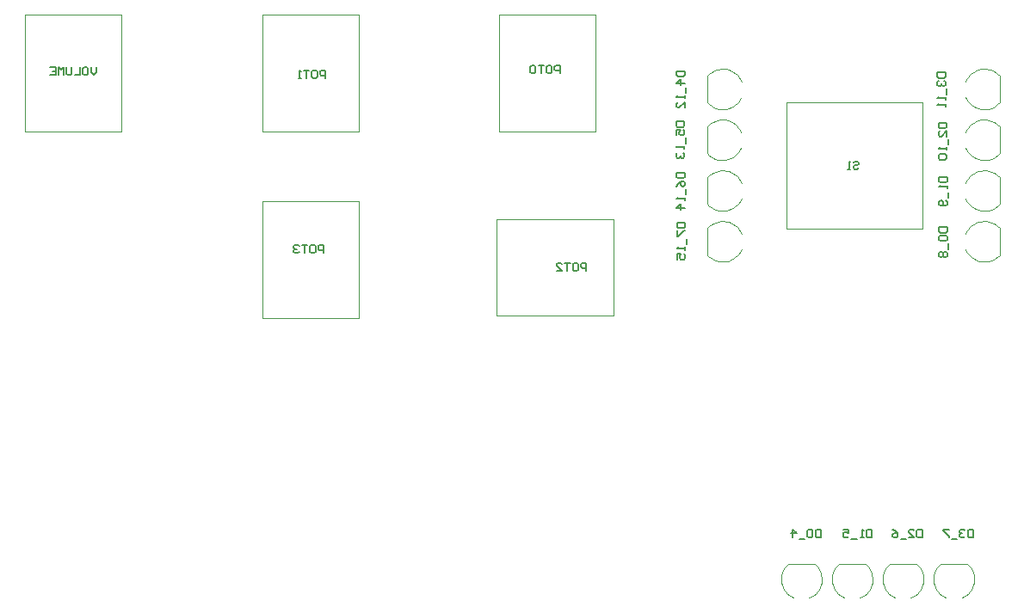
<source format=gbo>
G04*
G04 #@! TF.GenerationSoftware,Altium Limited,Altium Designer,21.0.9 (235)*
G04*
G04 Layer_Color=32896*
%FSLAX25Y25*%
%MOIN*%
G70*
G04*
G04 #@! TF.SameCoordinates,FC657041-C44E-4033-8C41-746D20BA6EEE*
G04*
G04*
G04 #@! TF.FilePolarity,Positive*
G04*
G01*
G75*
%ADD68C,0.00394*%
%ADD69C,0.00591*%
D68*
X397875Y207478D02*
X397436Y208372D01*
X396888Y209203D01*
X396240Y209959D01*
X395502Y210627D01*
X394685Y211196D01*
X393803Y211658D01*
X392869Y212005D01*
X391900Y212231D01*
X390909Y212333D01*
X389914Y212309D01*
X388929Y212159D01*
X387972Y211887D01*
X387056Y211496D01*
X386197Y210993D01*
X385408Y210385D01*
X384703Y209682D01*
Y199247D02*
X385408Y198545D01*
X386197Y197937D01*
X387056Y197433D01*
X387972Y197042D01*
X388929Y196770D01*
X389914Y196621D01*
X390909Y196597D01*
X391900Y196699D01*
X392869Y196925D01*
X393803Y197271D01*
X394685Y197733D01*
X395502Y198302D01*
X396240Y198970D01*
X396888Y199726D01*
X397436Y200557D01*
X397875Y201451D01*
X397875Y227163D02*
X397436Y228057D01*
X396888Y228888D01*
X396240Y229644D01*
X395502Y230312D01*
X394685Y230881D01*
X393803Y231343D01*
X392869Y231690D01*
X391900Y231916D01*
X390909Y232018D01*
X389914Y231994D01*
X388929Y231844D01*
X387972Y231572D01*
X387056Y231181D01*
X386197Y230678D01*
X385408Y230070D01*
X384703Y229367D01*
Y218932D02*
X385408Y218230D01*
X386197Y217622D01*
X387056Y217118D01*
X387972Y216727D01*
X388929Y216455D01*
X389914Y216306D01*
X390909Y216282D01*
X391900Y216384D01*
X392869Y216610D01*
X393803Y216956D01*
X394685Y217418D01*
X395502Y217987D01*
X396240Y218655D01*
X396888Y219411D01*
X397436Y220242D01*
X397875Y221136D01*
X397717Y246848D02*
X397279Y247742D01*
X396731Y248573D01*
X396083Y249329D01*
X395344Y249997D01*
X394527Y250566D01*
X393645Y251028D01*
X392712Y251375D01*
X391742Y251601D01*
X390752Y251703D01*
X389756Y251679D01*
X388772Y251529D01*
X387814Y251257D01*
X386898Y250866D01*
X386039Y250362D01*
X385251Y249755D01*
X384545Y249052D01*
Y238617D02*
X385251Y237915D01*
X386039Y237307D01*
X386898Y236803D01*
X387814Y236412D01*
X388772Y236140D01*
X389756Y235991D01*
X390752Y235967D01*
X391742Y236069D01*
X392712Y236295D01*
X393645Y236641D01*
X394527Y237103D01*
X395344Y237672D01*
X396083Y238340D01*
X396731Y239096D01*
X397279Y239928D01*
X397717Y240821D01*
X397875Y266533D02*
X397436Y267427D01*
X396888Y268258D01*
X396240Y269014D01*
X395502Y269682D01*
X394685Y270251D01*
X393803Y270713D01*
X392869Y271060D01*
X391900Y271286D01*
X390909Y271388D01*
X389914Y271364D01*
X388929Y271215D01*
X387972Y270942D01*
X387056Y270551D01*
X386197Y270048D01*
X385408Y269440D01*
X384703Y268737D01*
Y258302D02*
X385408Y257600D01*
X386197Y256992D01*
X387056Y256488D01*
X387972Y256097D01*
X388929Y255825D01*
X389914Y255676D01*
X390909Y255652D01*
X391900Y255754D01*
X392869Y255980D01*
X393803Y256327D01*
X394685Y256788D01*
X395502Y257358D01*
X396240Y258025D01*
X396888Y258781D01*
X397436Y259612D01*
X397875Y260507D01*
X484703Y260506D02*
X485142Y259612D01*
X485689Y258781D01*
X486338Y258025D01*
X487076Y257357D01*
X487893Y256788D01*
X488775Y256326D01*
X489709Y255980D01*
X490678Y255754D01*
X491669Y255652D01*
X492664Y255676D01*
X493649Y255825D01*
X494606Y256097D01*
X495522Y256488D01*
X496381Y256992D01*
X497170Y257600D01*
X497875Y258302D01*
Y268737D02*
X497170Y269440D01*
X496381Y270048D01*
X495522Y270551D01*
X494606Y270942D01*
X493649Y271214D01*
X492664Y271364D01*
X491669Y271388D01*
X490678Y271286D01*
X489709Y271060D01*
X488775Y270713D01*
X487893Y270251D01*
X487076Y269682D01*
X486338Y269014D01*
X485689Y268258D01*
X485142Y267427D01*
X484703Y266533D01*
X483180Y66285D02*
X484074Y66723D01*
X484905Y67271D01*
X485661Y67919D01*
X486329Y68657D01*
X486898Y69474D01*
X487360Y70356D01*
X487707Y71290D01*
X487933Y72259D01*
X488035Y73250D01*
X488011Y74245D01*
X487861Y75230D01*
X487589Y76187D01*
X487198Y77103D01*
X486695Y77962D01*
X486087Y78751D01*
X485384Y79456D01*
X474949D02*
X474247Y78751D01*
X473639Y77962D01*
X473135Y77103D01*
X472744Y76187D01*
X472472Y75230D01*
X472323Y74245D01*
X472299Y73250D01*
X472401Y72259D01*
X472627Y71290D01*
X472973Y70356D01*
X473435Y69474D01*
X474005Y68657D01*
X474672Y67919D01*
X475428Y67271D01*
X476260Y66723D01*
X477153Y66285D01*
X484703Y240821D02*
X485142Y239928D01*
X485689Y239096D01*
X486338Y238340D01*
X487076Y237672D01*
X487893Y237103D01*
X488775Y236641D01*
X489709Y236295D01*
X490678Y236069D01*
X491669Y235967D01*
X492664Y235991D01*
X493649Y236140D01*
X494606Y236412D01*
X495522Y236803D01*
X496381Y237307D01*
X497170Y237915D01*
X497875Y238617D01*
Y249052D02*
X497170Y249755D01*
X496381Y250363D01*
X495522Y250866D01*
X494606Y251257D01*
X493649Y251529D01*
X492664Y251679D01*
X491669Y251703D01*
X490678Y251601D01*
X489709Y251375D01*
X488775Y251028D01*
X487893Y250566D01*
X487076Y249997D01*
X486338Y249329D01*
X485689Y248573D01*
X485142Y247742D01*
X484703Y246848D01*
X463495Y66285D02*
X464389Y66723D01*
X465220Y67271D01*
X465976Y67919D01*
X466644Y68657D01*
X467213Y69474D01*
X467675Y70356D01*
X468022Y71290D01*
X468248Y72259D01*
X468350Y73250D01*
X468326Y74245D01*
X468177Y75230D01*
X467904Y76187D01*
X467513Y77103D01*
X467010Y77962D01*
X466402Y78751D01*
X465699Y79456D01*
X455264D02*
X454562Y78751D01*
X453954Y77962D01*
X453450Y77103D01*
X453059Y76187D01*
X452787Y75230D01*
X452638Y74245D01*
X452614Y73250D01*
X452716Y72259D01*
X452942Y71290D01*
X453289Y70356D01*
X453750Y69474D01*
X454319Y68657D01*
X454987Y67919D01*
X455743Y67271D01*
X456574Y66723D01*
X457469Y66285D01*
X484703Y221136D02*
X485142Y220242D01*
X485689Y219411D01*
X486338Y218655D01*
X487076Y217987D01*
X487893Y217418D01*
X488775Y216956D01*
X489709Y216610D01*
X490678Y216384D01*
X491669Y216282D01*
X492664Y216306D01*
X493649Y216455D01*
X494606Y216727D01*
X495522Y217118D01*
X496381Y217622D01*
X497170Y218230D01*
X497875Y218932D01*
Y229367D02*
X497170Y230070D01*
X496381Y230678D01*
X495522Y231181D01*
X494606Y231572D01*
X493649Y231844D01*
X492664Y231994D01*
X491669Y232018D01*
X490678Y231916D01*
X489709Y231690D01*
X488775Y231343D01*
X487893Y230881D01*
X487076Y230312D01*
X486338Y229644D01*
X485689Y228888D01*
X485142Y228057D01*
X484703Y227163D01*
X443810Y66285D02*
X444704Y66723D01*
X445536Y67271D01*
X446291Y67919D01*
X446959Y68657D01*
X447528Y69474D01*
X447990Y70356D01*
X448337Y71290D01*
X448563Y72259D01*
X448665Y73250D01*
X448641Y74245D01*
X448491Y75230D01*
X448219Y76187D01*
X447828Y77103D01*
X447325Y77962D01*
X446717Y78751D01*
X446014Y79456D01*
X435579D02*
X434877Y78751D01*
X434269Y77962D01*
X433766Y77103D01*
X433374Y76187D01*
X433102Y75230D01*
X432953Y74245D01*
X432929Y73250D01*
X433031Y72259D01*
X433257Y71290D01*
X433603Y70356D01*
X434065Y69474D01*
X434634Y68657D01*
X435302Y67919D01*
X436058Y67271D01*
X436890Y66723D01*
X437783Y66285D01*
X484703Y201451D02*
X485142Y200557D01*
X485689Y199726D01*
X486338Y198970D01*
X487076Y198302D01*
X487893Y197733D01*
X488775Y197271D01*
X489709Y196925D01*
X490678Y196699D01*
X491669Y196597D01*
X492664Y196621D01*
X493649Y196770D01*
X494606Y197042D01*
X495522Y197433D01*
X496381Y197937D01*
X497170Y198545D01*
X497875Y199247D01*
Y209682D02*
X497170Y210385D01*
X496381Y210993D01*
X495522Y211496D01*
X494606Y211887D01*
X493649Y212159D01*
X492664Y212309D01*
X491669Y212333D01*
X490678Y212231D01*
X489709Y212005D01*
X488775Y211658D01*
X487893Y211196D01*
X487076Y210627D01*
X486338Y209959D01*
X485689Y209203D01*
X485142Y208372D01*
X484703Y207478D01*
X424125Y66285D02*
X425019Y66723D01*
X425850Y67271D01*
X426606Y67919D01*
X427274Y68657D01*
X427843Y69474D01*
X428305Y70356D01*
X428652Y71290D01*
X428878Y72259D01*
X428980Y73250D01*
X428956Y74245D01*
X428806Y75230D01*
X428534Y76187D01*
X428143Y77103D01*
X427640Y77962D01*
X427032Y78751D01*
X426329Y79456D01*
X415894D02*
X415192Y78751D01*
X414584Y77962D01*
X414080Y77103D01*
X413689Y76187D01*
X413417Y75230D01*
X413268Y74245D01*
X413244Y73250D01*
X413346Y72259D01*
X413572Y71290D01*
X413918Y70356D01*
X414380Y69474D01*
X414950Y68657D01*
X415617Y67919D01*
X416373Y67271D01*
X417205Y66723D01*
X418098Y66285D01*
X384698Y199252D02*
Y209677D01*
X384698Y218937D02*
Y229362D01*
X384541Y238622D02*
Y249047D01*
X384698Y258307D02*
Y268732D01*
X497880Y258307D02*
Y268732D01*
X474954Y79461D02*
X485379D01*
X497880Y238622D02*
Y249047D01*
X455269Y79461D02*
X465694D01*
X497880Y218937D02*
Y229362D01*
X435584Y79461D02*
X446009D01*
X497880Y199252D02*
Y209677D01*
X415899Y79461D02*
X426324D01*
X120324Y246984D02*
X157726D01*
X120324Y292260D02*
X157726D01*
Y246984D02*
Y292260D01*
X120324Y246984D02*
Y292260D01*
X212253Y220016D02*
X249655D01*
X212253Y174740D02*
X249655D01*
X212253D02*
Y220016D01*
X249655Y174740D02*
Y220016D01*
X348277Y175724D02*
Y213126D01*
X303001Y175724D02*
Y213126D01*
X348277D01*
X303001Y175724D02*
X348277D01*
X212253Y246984D02*
X249655D01*
X212253Y292260D02*
X249655D01*
Y246984D02*
Y292260D01*
X212253Y246984D02*
Y292260D01*
X303986Y246984D02*
X341387D01*
X303986Y292260D02*
X341387D01*
Y246984D02*
Y292260D01*
X303986Y246984D02*
Y292260D01*
X467962Y209583D02*
Y258402D01*
X415206D02*
X434084D01*
X467962D01*
X415206Y209583D02*
X434084D01*
X467962D01*
X415206D02*
Y258402D01*
D69*
X441190Y235042D02*
X441715Y235566D01*
X442765D01*
X443290Y235042D01*
Y234517D01*
X442765Y233992D01*
X441715D01*
X441190Y233467D01*
Y232943D01*
X441715Y232418D01*
X442765D01*
X443290Y232943D01*
X440141Y232418D02*
X439091D01*
X439616D01*
Y235566D01*
X440141Y235042D01*
X487627Y92852D02*
Y89703D01*
X486053D01*
X485528Y90228D01*
Y92327D01*
X486053Y92852D01*
X487627D01*
X484478Y92327D02*
X483953Y92852D01*
X482904D01*
X482379Y92327D01*
Y91802D01*
X482904Y91277D01*
X483429D01*
X482904D01*
X482379Y90753D01*
Y90228D01*
X482904Y89703D01*
X483953D01*
X484478Y90228D01*
X481330Y89178D02*
X479230D01*
X478181Y92852D02*
X476082D01*
Y92327D01*
X478181Y90228D01*
Y89703D01*
X467927Y92852D02*
Y89703D01*
X466353D01*
X465828Y90228D01*
Y92327D01*
X466353Y92852D01*
X467927D01*
X462679Y89703D02*
X464778D01*
X462679Y91802D01*
Y92327D01*
X463204Y92852D01*
X464253D01*
X464778Y92327D01*
X461630Y89178D02*
X459530D01*
X456382Y92852D02*
X457432Y92327D01*
X458481Y91277D01*
Y90228D01*
X457956Y89703D01*
X456907D01*
X456382Y90228D01*
Y90753D01*
X456907Y91277D01*
X458481D01*
X448327Y92852D02*
Y89703D01*
X446753D01*
X446228Y90228D01*
Y92327D01*
X446753Y92852D01*
X448327D01*
X445178Y89703D02*
X444129D01*
X444653D01*
Y92852D01*
X445178Y92327D01*
X442554Y89178D02*
X440455D01*
X437307Y92852D02*
X439406D01*
Y91277D01*
X438356Y91802D01*
X437831D01*
X437307Y91277D01*
Y90228D01*
X437831Y89703D01*
X438881D01*
X439406Y90228D01*
X428627Y92852D02*
Y89703D01*
X427052D01*
X426528Y90228D01*
Y92327D01*
X427052Y92852D01*
X428627D01*
X425478Y92327D02*
X424953Y92852D01*
X423904D01*
X423379Y92327D01*
Y90228D01*
X423904Y89703D01*
X424953D01*
X425478Y90228D01*
Y92327D01*
X422330Y89178D02*
X420230D01*
X417607Y89703D02*
Y92852D01*
X419181Y91277D01*
X417082D01*
X147946Y272082D02*
Y269983D01*
X146897Y268934D01*
X145847Y269983D01*
Y272082D01*
X143223D02*
X144273D01*
X144798Y271557D01*
Y269458D01*
X144273Y268934D01*
X143223D01*
X142699Y269458D01*
Y271557D01*
X143223Y272082D01*
X141649D02*
Y268934D01*
X139550D01*
X138500Y272082D02*
Y269458D01*
X137976Y268934D01*
X136926D01*
X136401Y269458D01*
Y272082D01*
X135352Y268934D02*
Y272082D01*
X134302Y271033D01*
X133253Y272082D01*
Y268934D01*
X130104Y272082D02*
X132203D01*
Y268934D01*
X130104D01*
X132203Y270508D02*
X131154D01*
X236038Y199984D02*
Y203133D01*
X234463D01*
X233939Y202608D01*
Y201558D01*
X234463Y201033D01*
X236038D01*
X231315Y203133D02*
X232364D01*
X232889Y202608D01*
Y200509D01*
X232364Y199984D01*
X231315D01*
X230790Y200509D01*
Y202608D01*
X231315Y203133D01*
X229741D02*
X227642D01*
X228691D01*
Y199984D01*
X226592Y202608D02*
X226067Y203133D01*
X225018D01*
X224493Y202608D01*
Y202083D01*
X225018Y201558D01*
X225542D01*
X225018D01*
X224493Y201033D01*
Y200509D01*
X225018Y199984D01*
X226067D01*
X226592Y200509D01*
X337809Y193048D02*
Y196196D01*
X336235D01*
X335710Y195672D01*
Y194622D01*
X336235Y194097D01*
X337809D01*
X333086Y196196D02*
X334136D01*
X334661Y195672D01*
Y193573D01*
X334136Y193048D01*
X333086D01*
X332562Y193573D01*
Y195672D01*
X333086Y196196D01*
X331512D02*
X329413D01*
X330463D01*
Y193048D01*
X326265D02*
X328364D01*
X326265Y195147D01*
Y195672D01*
X326789Y196196D01*
X327839D01*
X328364Y195672D01*
X236694Y267753D02*
Y270901D01*
X235120D01*
X234595Y270376D01*
Y269327D01*
X235120Y268802D01*
X236694D01*
X231971Y270901D02*
X233021D01*
X233545Y270376D01*
Y268277D01*
X233021Y267753D01*
X231971D01*
X231446Y268277D01*
Y270376D01*
X231971Y270901D01*
X230397D02*
X228298D01*
X229347D01*
Y267753D01*
X227248D02*
X226199D01*
X226724D01*
Y270901D01*
X227248Y270376D01*
X327573Y269623D02*
Y272771D01*
X325999D01*
X325474Y272246D01*
Y271197D01*
X325999Y270672D01*
X327573D01*
X322850Y272771D02*
X323900D01*
X324425Y272246D01*
Y270147D01*
X323900Y269623D01*
X322850D01*
X322325Y270147D01*
Y272246D01*
X322850Y272771D01*
X321276D02*
X319177D01*
X320227D01*
Y269623D01*
X318127Y272246D02*
X317603Y272771D01*
X316553D01*
X316028Y272246D01*
Y270147D01*
X316553Y269623D01*
X317603D01*
X318127Y270147D01*
Y272246D01*
X372621Y250943D02*
X375770D01*
Y249369D01*
X375245Y248844D01*
X373146D01*
X372621Y249369D01*
Y250943D01*
Y245695D02*
Y247794D01*
X374196D01*
X373671Y246745D01*
Y246220D01*
X374196Y245695D01*
X375245D01*
X375770Y246220D01*
Y247270D01*
X375245Y247794D01*
X376295Y244646D02*
Y242547D01*
X375770Y241497D02*
Y240448D01*
Y240972D01*
X372621D01*
X373146Y241497D01*
Y238873D02*
X372621Y238349D01*
Y237299D01*
X373146Y236774D01*
X373671D01*
X374196Y237299D01*
Y237824D01*
Y237299D01*
X374721Y236774D01*
X375245D01*
X375770Y237299D01*
Y238349D01*
X375245Y238873D01*
X474196Y250427D02*
X477345D01*
Y248853D01*
X476820Y248328D01*
X474721D01*
X474196Y248853D01*
Y250427D01*
X477345Y245179D02*
Y247278D01*
X475246Y245179D01*
X474721D01*
X474196Y245704D01*
Y246754D01*
X474721Y247278D01*
X477870Y244130D02*
Y242031D01*
X477345Y240981D02*
Y239932D01*
Y240456D01*
X474196D01*
X474721Y240981D01*
Y238357D02*
X474196Y237832D01*
Y236783D01*
X474721Y236258D01*
X476820D01*
X477345Y236783D01*
Y237832D01*
X476820Y238357D01*
X474721D01*
X372818Y231037D02*
X375967D01*
Y229463D01*
X375442Y228938D01*
X373343D01*
X372818Y229463D01*
Y231037D01*
Y225789D02*
X373343Y226839D01*
X374393Y227888D01*
X375442D01*
X375967Y227364D01*
Y226314D01*
X375442Y225789D01*
X374918D01*
X374393Y226314D01*
Y227888D01*
X376492Y224740D02*
Y222641D01*
X375967Y221591D02*
Y220542D01*
Y221067D01*
X372818D01*
X373343Y221591D01*
X375967Y217393D02*
X372818D01*
X374393Y218968D01*
Y216868D01*
X372917Y211746D02*
X376065D01*
Y210172D01*
X375541Y209647D01*
X373442D01*
X372917Y210172D01*
Y211746D01*
Y208597D02*
Y206498D01*
X373442D01*
X375541Y208597D01*
X376065D01*
X376590Y205449D02*
Y203350D01*
X376065Y202300D02*
Y201251D01*
Y201775D01*
X372917D01*
X373442Y202300D01*
X372917Y197577D02*
Y199676D01*
X374491D01*
X373966Y198627D01*
Y198102D01*
X374491Y197577D01*
X375541D01*
X376065Y198102D01*
Y199151D01*
X375541Y199676D01*
X474393Y209942D02*
X477542D01*
Y208367D01*
X477017Y207843D01*
X474918D01*
X474393Y208367D01*
Y209942D01*
X474918Y206793D02*
X474393Y206268D01*
Y205219D01*
X474918Y204694D01*
X477017D01*
X477542Y205219D01*
Y206268D01*
X477017Y206793D01*
X474918D01*
X478067Y203645D02*
Y201546D01*
X474918Y200496D02*
X474393Y199971D01*
Y198922D01*
X474918Y198397D01*
X475443D01*
X475968Y198922D01*
X476492Y198397D01*
X477017D01*
X477542Y198922D01*
Y199971D01*
X477017Y200496D01*
X476492D01*
X475968Y199971D01*
X475443Y200496D01*
X474918D01*
X475968Y199971D02*
Y198922D01*
X473803Y269981D02*
X476951D01*
Y268407D01*
X476427Y267882D01*
X474327D01*
X473803Y268407D01*
Y269981D01*
X474327Y266832D02*
X473803Y266307D01*
Y265258D01*
X474327Y264733D01*
X474852D01*
X475377Y265258D01*
Y265783D01*
Y265258D01*
X475902Y264733D01*
X476427D01*
X476951Y265258D01*
Y266307D01*
X476427Y266832D01*
X477476Y263684D02*
Y261585D01*
X476951Y260535D02*
Y259486D01*
Y260010D01*
X473803D01*
X474327Y260535D01*
X476951Y257911D02*
Y256862D01*
Y257386D01*
X473803D01*
X474327Y257911D01*
X474393Y229364D02*
X477542D01*
Y227790D01*
X477017Y227265D01*
X474918D01*
X474393Y227790D01*
Y229364D01*
X477542Y226216D02*
Y225166D01*
Y225691D01*
X474393D01*
X474918Y226216D01*
X478067Y223592D02*
Y221493D01*
X477017Y220443D02*
X477542Y219919D01*
Y218869D01*
X477017Y218344D01*
X474918D01*
X474393Y218869D01*
Y219919D01*
X474918Y220443D01*
X475443D01*
X475968Y219919D01*
Y218344D01*
X372720Y270506D02*
X375869D01*
Y268931D01*
X375344Y268407D01*
X373245D01*
X372720Y268931D01*
Y270506D01*
X375869Y265783D02*
X372720D01*
X374294Y267357D01*
Y265258D01*
X376393Y264208D02*
Y262109D01*
X375869Y261060D02*
Y260010D01*
Y260535D01*
X372720D01*
X373245Y261060D01*
X375869Y256337D02*
Y258436D01*
X373769Y256337D01*
X373245D01*
X372720Y256862D01*
Y257911D01*
X373245Y258436D01*
M02*

</source>
